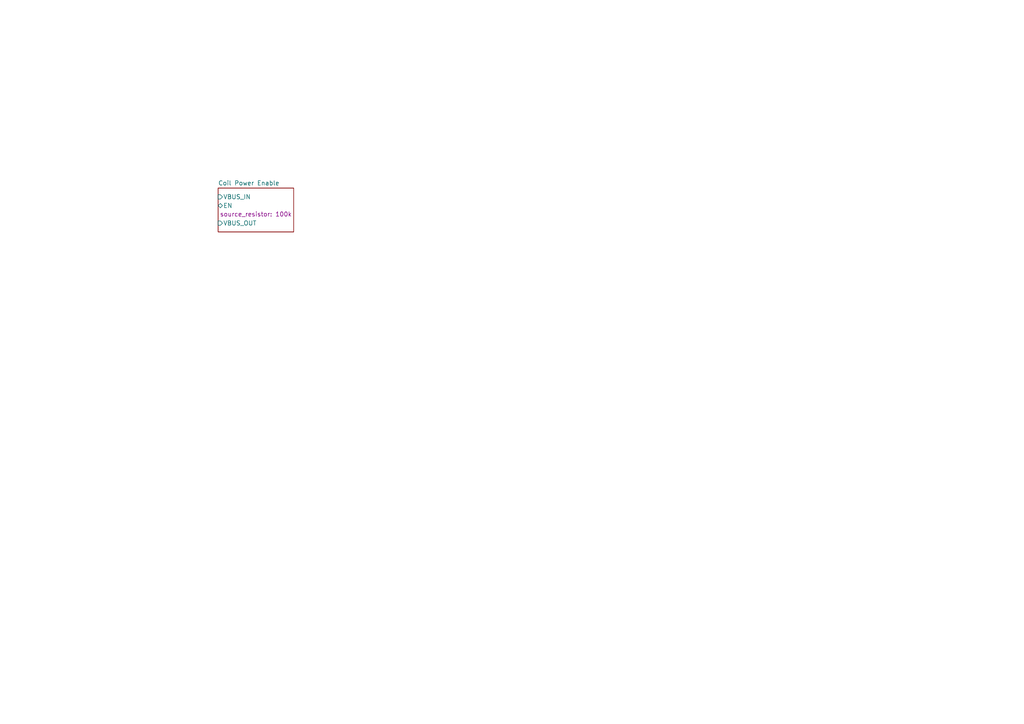
<source format=kicad_sch>
(kicad_sch (version 20230121) (generator eeschema)
  (paper "A4")
  (lib_symbols)
  (sheet (at 63.2714 54.5592) (size 21.9202 12.7) (stroke (width 0.1524))
    (property "Sheetname" "Coil Power Enable" (at 63.2714 53.8476 0) (effects (justify left bottom)))
    (property "Sheetfile" "power_enable.kicad_sch" (effects hide))
    (property "source_resistor" "100k" (at 74.2188 62.1284 0) (show_name))
    (pin "VBUS_IN" input (at 63.2714 57.0992 180))
    (pin "EN" bidirectional (at 63.2714 59.6392 180))
    (pin "VBUS_OUT" input (at 63.2714 64.7192 180))
  )
)
</source>
